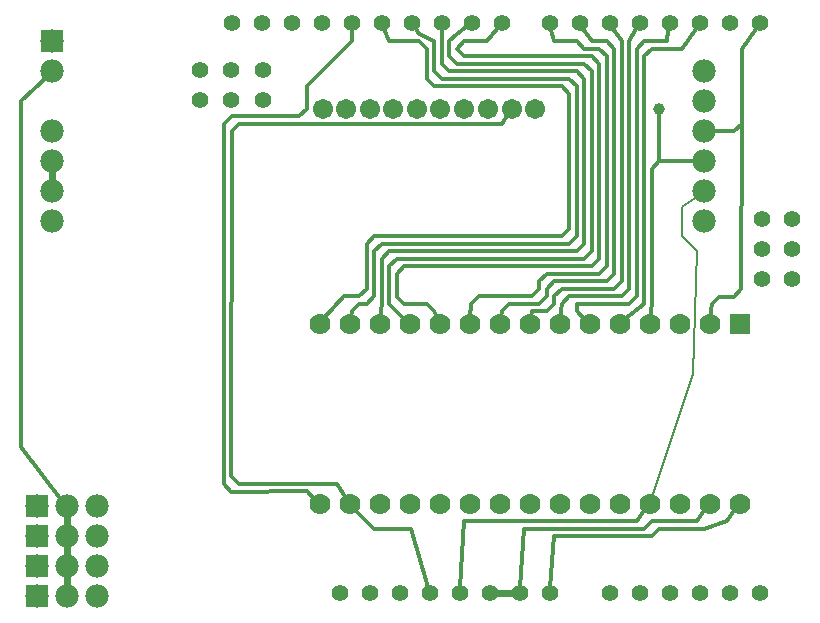
<source format=gtl>
G04 MADE WITH FRITZING*
G04 WWW.FRITZING.ORG*
G04 DOUBLE SIDED*
G04 HOLES PLATED*
G04 CONTOUR ON CENTER OF CONTOUR VECTOR*
%ASAXBY*%
%FSLAX23Y23*%
%MOIN*%
%OFA0B0*%
%SFA1.0B1.0*%
%ADD10C,0.070000*%
%ADD11C,0.078000*%
%ADD12C,0.067559*%
%ADD13C,0.055990*%
%ADD14C,0.039370*%
%ADD15R,0.070000X0.069972*%
%ADD16R,0.078000X0.078000*%
%ADD17C,0.012000*%
%ADD18C,0.008000*%
%ADD19C,0.024000*%
%LNCOPPER1*%
G90*
G70*
G54D10*
X2452Y989D03*
X2352Y989D03*
X2252Y989D03*
X2152Y989D03*
X2052Y989D03*
X1952Y989D03*
X1852Y989D03*
X1752Y989D03*
X1652Y989D03*
X1552Y989D03*
X1452Y989D03*
X1352Y989D03*
X1252Y989D03*
X1152Y989D03*
X1052Y989D03*
X2452Y389D03*
X2352Y389D03*
X2252Y389D03*
X2152Y389D03*
X2052Y389D03*
X1952Y389D03*
X1852Y389D03*
X1752Y389D03*
X1652Y389D03*
X1552Y389D03*
X1452Y389D03*
X1352Y389D03*
X1252Y389D03*
X1152Y389D03*
X1052Y389D03*
G54D11*
X159Y1930D03*
X159Y1830D03*
X159Y1630D03*
X159Y1530D03*
X159Y1430D03*
X159Y1330D03*
G54D12*
X1770Y1705D03*
X1692Y1705D03*
X1613Y1705D03*
X1534Y1705D03*
X1455Y1705D03*
X1377Y1705D03*
X1298Y1705D03*
X1219Y1705D03*
X1140Y1705D03*
X1062Y1705D03*
G54D11*
X2334Y1830D03*
X2334Y1730D03*
X2334Y1630D03*
X2334Y1530D03*
X2334Y1430D03*
X2334Y1330D03*
G54D13*
X2119Y91D03*
X2219Y91D03*
X2319Y91D03*
X2419Y91D03*
X2519Y91D03*
X1659Y1991D03*
X1559Y1991D03*
X1459Y1991D03*
X1359Y1991D03*
X1259Y1991D03*
X1159Y1991D03*
X1059Y1991D03*
X959Y1991D03*
X859Y1991D03*
X759Y1991D03*
X2519Y1991D03*
X2419Y1991D03*
X2319Y1991D03*
X2219Y1991D03*
X2119Y1991D03*
X2019Y1991D03*
X1919Y1991D03*
X1819Y1991D03*
X1219Y91D03*
X1119Y91D03*
X1319Y91D03*
X1419Y91D03*
X1519Y91D03*
X1619Y91D03*
X1719Y91D03*
X1819Y91D03*
X2019Y91D03*
X2627Y1337D03*
X2527Y1337D03*
X2627Y1238D03*
X2527Y1238D03*
X2627Y1139D03*
X2527Y1139D03*
X758Y1836D03*
X758Y1736D03*
X862Y1836D03*
X862Y1736D03*
X654Y1836D03*
X654Y1736D03*
G54D11*
X109Y80D03*
X209Y80D03*
X309Y80D03*
X109Y180D03*
X209Y180D03*
X309Y180D03*
X109Y280D03*
X209Y280D03*
X309Y280D03*
X109Y380D03*
X209Y380D03*
X309Y380D03*
G54D14*
X2184Y1705D03*
G54D15*
X2452Y989D03*
G54D16*
X159Y1930D03*
X109Y80D03*
X109Y180D03*
X109Y280D03*
X109Y380D03*
G54D17*
X1824Y1969D02*
X1834Y1930D01*
D02*
X2009Y1930D02*
X1959Y1930D01*
D02*
X1959Y1930D02*
X1931Y1972D01*
D02*
X2034Y1904D02*
X2009Y1930D01*
D02*
X1784Y1055D02*
X1809Y1080D01*
D02*
X1684Y1055D02*
X1784Y1055D01*
D02*
X1659Y1031D02*
X1684Y1055D01*
D02*
X1809Y1080D02*
X1809Y1105D01*
D02*
X2010Y1130D02*
X2034Y1156D01*
D02*
X2034Y1156D02*
X2034Y1904D01*
D02*
X1656Y1012D02*
X1659Y1031D01*
D02*
X1834Y1130D02*
X2010Y1130D01*
D02*
X1809Y1105D02*
X1834Y1130D01*
D02*
X1784Y1130D02*
X1784Y1105D01*
D02*
X1584Y1080D02*
X1558Y1054D01*
D02*
X1759Y1080D02*
X1584Y1080D01*
D02*
X1934Y1905D02*
X1985Y1905D01*
D02*
X1558Y1054D02*
X1554Y1013D01*
D02*
X1784Y1105D02*
X1759Y1080D01*
D02*
X1985Y1905D02*
X2009Y1880D01*
D02*
X2010Y1180D02*
X1984Y1156D01*
D02*
X1809Y1156D02*
X1784Y1130D01*
D02*
X1834Y1930D02*
X1910Y1930D01*
D02*
X1910Y1930D02*
X1934Y1905D01*
D02*
X1984Y1156D02*
X1809Y1156D01*
D02*
X2009Y1880D02*
X2010Y1180D01*
D02*
X2059Y1930D02*
X2031Y1972D01*
D02*
X2059Y1881D02*
X2059Y1930D01*
D02*
X1834Y1055D02*
X1834Y1080D01*
D02*
X1759Y1030D02*
X1809Y1030D01*
D02*
X1834Y1080D02*
X1860Y1105D01*
D02*
X1809Y1030D02*
X1834Y1055D01*
D02*
X1756Y1012D02*
X1759Y1030D01*
D02*
X1860Y1105D02*
X2034Y1105D01*
D02*
X2059Y1130D02*
X2059Y1881D01*
D02*
X2034Y1105D02*
X2059Y1130D01*
D02*
X2084Y1930D02*
X2108Y1971D01*
D02*
X2085Y1881D02*
X2084Y1930D01*
D02*
X1860Y1055D02*
X1885Y1080D01*
D02*
X1885Y1080D02*
X1959Y1080D01*
D02*
X1959Y1080D02*
X2059Y1080D01*
D02*
X2084Y1105D02*
X2085Y1881D01*
D02*
X1854Y1013D02*
X1860Y1055D01*
D02*
X2059Y1080D02*
X2084Y1105D01*
D02*
X2209Y1930D02*
X2215Y1969D01*
D02*
X2134Y1930D02*
X2209Y1930D01*
D02*
X2109Y1905D02*
X2134Y1930D01*
D02*
X1910Y1030D02*
X1910Y1055D01*
D02*
X2084Y1055D02*
X2109Y1080D01*
D02*
X1935Y1006D02*
X1910Y1030D01*
D02*
X1910Y1055D02*
X2084Y1055D01*
D02*
X2109Y1080D02*
X2109Y1905D01*
D02*
X2159Y1904D02*
X2259Y1904D01*
D02*
X2259Y1904D02*
X2306Y1972D01*
D02*
X2134Y1880D02*
X2159Y1904D01*
D02*
X2134Y1055D02*
X2134Y1880D01*
D02*
X2070Y1004D02*
X2134Y1055D01*
D02*
X1834Y280D02*
X1821Y113D01*
D02*
X2160Y280D02*
X1834Y280D01*
D02*
X2410Y330D02*
X2334Y305D01*
D02*
X2334Y305D02*
X2184Y305D01*
D02*
X2438Y370D02*
X2410Y330D01*
D02*
X2184Y305D02*
X2160Y280D01*
D02*
X1234Y304D02*
X1168Y372D01*
D02*
X1358Y304D02*
X1234Y304D01*
D02*
X1413Y112D02*
X1358Y304D01*
D02*
X1534Y330D02*
X1521Y113D01*
D02*
X2110Y330D02*
X1534Y330D01*
D02*
X2138Y370D02*
X2110Y330D01*
D02*
X2459Y1655D02*
X2459Y1905D01*
D02*
X2459Y1905D02*
X2506Y1972D01*
D02*
X2434Y1630D02*
X2359Y1630D01*
D02*
X2459Y1655D02*
X2434Y1630D01*
D02*
X2360Y1055D02*
X2385Y1079D01*
D02*
X2385Y1079D02*
X2434Y1079D01*
D02*
X2355Y1013D02*
X2360Y1055D01*
D02*
X2434Y1079D02*
X2458Y1104D01*
D02*
X2458Y1104D02*
X2459Y1655D01*
D02*
X1284Y1056D02*
X1335Y1006D01*
D02*
X1284Y1180D02*
X1284Y1056D01*
D02*
X1309Y1205D02*
X1284Y1180D01*
D02*
X1934Y1205D02*
X1309Y1205D01*
D02*
X1959Y1230D02*
X1934Y1205D01*
G54D18*
D02*
X2298Y820D02*
X2159Y412D01*
D02*
X2260Y1379D02*
X2260Y1281D01*
D02*
X2309Y1231D02*
X2298Y820D01*
D02*
X2260Y1281D02*
X2309Y1231D01*
D02*
X2314Y1416D02*
X2260Y1379D01*
G54D17*
D02*
X1009Y1780D02*
X1159Y1930D01*
D02*
X1009Y1705D02*
X1009Y1780D01*
D02*
X1159Y1930D02*
X1159Y1968D01*
D02*
X984Y1681D02*
X1009Y1705D01*
D02*
X734Y1655D02*
X760Y1680D01*
D02*
X760Y1680D02*
X984Y1681D01*
D02*
X735Y455D02*
X734Y1655D01*
D02*
X1509Y1855D02*
X1934Y1854D01*
D02*
X1934Y1854D02*
X1959Y1830D01*
D02*
X1959Y1830D02*
X1959Y1230D01*
D02*
X1485Y1930D02*
X1485Y1880D01*
D02*
X1509Y1955D02*
X1485Y1930D01*
D02*
X1541Y1978D02*
X1509Y1955D01*
D02*
X1485Y1880D02*
X1509Y1855D01*
D02*
X1284Y1230D02*
X1259Y1205D01*
D02*
X1259Y1056D02*
X1254Y1013D01*
D02*
X1934Y1256D02*
X1910Y1230D01*
D02*
X1910Y1230D02*
X1284Y1230D01*
D02*
X1259Y1205D02*
X1259Y1056D01*
D02*
X1934Y1805D02*
X1934Y1256D01*
D02*
X1609Y1930D02*
X1645Y1973D01*
D02*
X1534Y1930D02*
X1609Y1930D01*
D02*
X1333Y1181D02*
X1658Y1181D01*
D02*
X1310Y1079D02*
X1310Y1155D01*
D02*
X1310Y1155D02*
X1333Y1181D01*
D02*
X1984Y1854D02*
X1959Y1880D01*
D02*
X1435Y1030D02*
X1409Y1055D01*
D02*
X1333Y1054D02*
X1310Y1079D01*
D02*
X1409Y1055D02*
X1333Y1054D01*
D02*
X1442Y1011D02*
X1435Y1030D01*
D02*
X1959Y1180D02*
X1984Y1205D01*
D02*
X1509Y1904D02*
X1534Y1930D01*
D02*
X1658Y1181D02*
X1959Y1180D01*
D02*
X1959Y1880D02*
X1534Y1880D01*
D02*
X1984Y1205D02*
X1984Y1854D01*
D02*
X1534Y1880D02*
X1509Y1904D01*
D02*
X1435Y1930D02*
X1384Y1955D01*
D02*
X1384Y1955D02*
X1372Y1972D01*
D02*
X1435Y1830D02*
X1435Y1930D01*
D02*
X1859Y1280D02*
X1235Y1280D01*
D02*
X1884Y1305D02*
X1859Y1280D01*
D02*
X1884Y1754D02*
X1884Y1305D01*
D02*
X1235Y1280D02*
X1209Y1256D01*
D02*
X1859Y1780D02*
X1884Y1754D01*
D02*
X1435Y1780D02*
X1859Y1780D01*
D02*
X1135Y1080D02*
X1067Y1007D01*
D02*
X1209Y1256D02*
X1209Y1105D01*
D02*
X1184Y1080D02*
X1135Y1080D01*
D02*
X1209Y1105D02*
X1184Y1080D01*
D02*
X1409Y1805D02*
X1435Y1780D01*
D02*
X1409Y1904D02*
X1409Y1805D01*
D02*
X1284Y1930D02*
X1384Y1930D01*
D02*
X1384Y1930D02*
X1409Y1904D01*
D02*
X1268Y1970D02*
X1284Y1930D01*
D02*
X1459Y1855D02*
X1485Y1830D01*
D02*
X1485Y1830D02*
X1910Y1830D01*
D02*
X1910Y1830D02*
X1934Y1805D01*
D02*
X1459Y1968D02*
X1459Y1855D01*
D02*
X1910Y1780D02*
X1884Y1805D01*
D02*
X1884Y1805D02*
X1459Y1805D01*
D02*
X1459Y1805D02*
X1435Y1830D01*
D02*
X1259Y1256D02*
X1884Y1256D01*
D02*
X1159Y1030D02*
X1184Y1055D01*
D02*
X1910Y1280D02*
X1910Y1780D01*
D02*
X1209Y1056D02*
X1235Y1080D01*
D02*
X1884Y1256D02*
X1910Y1280D01*
D02*
X1184Y1055D02*
X1209Y1056D01*
D02*
X1156Y1012D02*
X1159Y1030D01*
D02*
X1235Y1080D02*
X1235Y1230D01*
D02*
X1235Y1230D02*
X1259Y1256D01*
D02*
X1659Y1654D02*
X1681Y1689D01*
D02*
X784Y1655D02*
X1659Y1654D01*
D02*
X758Y480D02*
X760Y1630D01*
D02*
X760Y1630D02*
X784Y1655D01*
G54D19*
D02*
X159Y1460D02*
X159Y1500D01*
G54D17*
D02*
X58Y1731D02*
X142Y1813D01*
D02*
X58Y579D02*
X58Y1731D01*
D02*
X194Y399D02*
X58Y579D01*
G54D19*
D02*
X209Y280D02*
X209Y350D01*
D02*
X209Y250D02*
X209Y210D01*
D02*
X209Y110D02*
X209Y280D01*
D02*
X209Y280D02*
X209Y210D01*
G54D17*
D02*
X2159Y330D02*
X2310Y330D01*
D02*
X1735Y305D02*
X2134Y305D01*
D02*
X2310Y330D02*
X2338Y370D01*
D02*
X1721Y113D02*
X1735Y305D01*
D02*
X2134Y305D02*
X2159Y330D01*
D02*
X2184Y1530D02*
X2159Y1505D01*
D02*
X2310Y1530D02*
X2184Y1530D01*
D02*
X2159Y1055D02*
X2154Y1013D01*
D02*
X2159Y1505D02*
X2159Y1055D01*
G54D19*
D02*
X1647Y91D02*
X1691Y91D01*
G54D17*
D02*
X784Y455D02*
X758Y480D01*
D02*
X1109Y454D02*
X784Y455D01*
D02*
X1139Y409D02*
X1109Y454D01*
D02*
X1009Y430D02*
X758Y429D01*
D02*
X758Y429D02*
X735Y455D01*
D02*
X1034Y406D02*
X1009Y430D01*
D02*
X2184Y1530D02*
X2184Y1686D01*
G04 End of Copper1*
M02*
</source>
